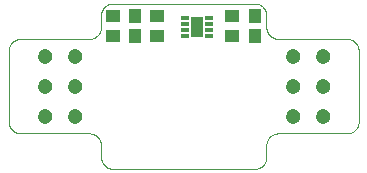
<source format=gts>
G75*
%MOIN*%
%OFA0B0*%
%FSLAX25Y25*%
%IPPOS*%
%LPD*%
%AMOC8*
5,1,8,0,0,1.08239X$1,22.5*
%
%ADD10C,0.00000*%
%ADD11C,0.04731*%
%ADD12R,0.04731X0.04337*%
%ADD13R,0.04337X0.04731*%
%ADD14R,0.03156X0.01581*%
%ADD15R,0.04337X0.06699*%
D10*
X0045791Y0032012D02*
X0045915Y0032010D01*
X0046038Y0032004D01*
X0046162Y0031995D01*
X0046284Y0031981D01*
X0046407Y0031964D01*
X0046529Y0031942D01*
X0046650Y0031917D01*
X0046770Y0031888D01*
X0046889Y0031856D01*
X0047008Y0031819D01*
X0047125Y0031779D01*
X0047240Y0031736D01*
X0047355Y0031688D01*
X0047467Y0031637D01*
X0047578Y0031583D01*
X0047688Y0031525D01*
X0047795Y0031464D01*
X0047901Y0031399D01*
X0048004Y0031331D01*
X0048105Y0031260D01*
X0048204Y0031186D01*
X0048301Y0031109D01*
X0048395Y0031028D01*
X0048486Y0030945D01*
X0048575Y0030859D01*
X0048661Y0030770D01*
X0048744Y0030679D01*
X0048825Y0030585D01*
X0048902Y0030488D01*
X0048976Y0030389D01*
X0049047Y0030288D01*
X0049115Y0030185D01*
X0049180Y0030079D01*
X0049241Y0029972D01*
X0049299Y0029862D01*
X0049353Y0029751D01*
X0049404Y0029639D01*
X0049452Y0029524D01*
X0049495Y0029409D01*
X0049535Y0029292D01*
X0049572Y0029173D01*
X0049604Y0029054D01*
X0049633Y0028934D01*
X0049658Y0028813D01*
X0049680Y0028691D01*
X0049697Y0028568D01*
X0049711Y0028446D01*
X0049720Y0028322D01*
X0049726Y0028199D01*
X0049728Y0028075D01*
X0049728Y0024138D01*
X0049730Y0024014D01*
X0049736Y0023891D01*
X0049745Y0023767D01*
X0049759Y0023645D01*
X0049776Y0023522D01*
X0049798Y0023400D01*
X0049823Y0023279D01*
X0049852Y0023159D01*
X0049884Y0023040D01*
X0049921Y0022921D01*
X0049961Y0022804D01*
X0050004Y0022689D01*
X0050052Y0022574D01*
X0050103Y0022462D01*
X0050157Y0022351D01*
X0050215Y0022241D01*
X0050276Y0022134D01*
X0050341Y0022028D01*
X0050409Y0021925D01*
X0050480Y0021824D01*
X0050554Y0021725D01*
X0050631Y0021628D01*
X0050712Y0021534D01*
X0050795Y0021443D01*
X0050881Y0021354D01*
X0050970Y0021268D01*
X0051061Y0021185D01*
X0051155Y0021104D01*
X0051252Y0021027D01*
X0051351Y0020953D01*
X0051452Y0020882D01*
X0051555Y0020814D01*
X0051661Y0020749D01*
X0051768Y0020688D01*
X0051878Y0020630D01*
X0051989Y0020576D01*
X0052101Y0020525D01*
X0052216Y0020477D01*
X0052331Y0020434D01*
X0052448Y0020394D01*
X0052567Y0020357D01*
X0052686Y0020325D01*
X0052806Y0020296D01*
X0052927Y0020271D01*
X0053049Y0020249D01*
X0053172Y0020232D01*
X0053294Y0020218D01*
X0053418Y0020209D01*
X0053541Y0020203D01*
X0053665Y0020201D01*
X0100909Y0020201D01*
X0101033Y0020203D01*
X0101156Y0020209D01*
X0101280Y0020218D01*
X0101402Y0020232D01*
X0101525Y0020249D01*
X0101647Y0020271D01*
X0101768Y0020296D01*
X0101888Y0020325D01*
X0102007Y0020357D01*
X0102126Y0020394D01*
X0102243Y0020434D01*
X0102358Y0020477D01*
X0102473Y0020525D01*
X0102585Y0020576D01*
X0102696Y0020630D01*
X0102806Y0020688D01*
X0102913Y0020749D01*
X0103019Y0020814D01*
X0103122Y0020882D01*
X0103223Y0020953D01*
X0103322Y0021027D01*
X0103419Y0021104D01*
X0103513Y0021185D01*
X0103604Y0021268D01*
X0103693Y0021354D01*
X0103779Y0021443D01*
X0103862Y0021534D01*
X0103943Y0021628D01*
X0104020Y0021725D01*
X0104094Y0021824D01*
X0104165Y0021925D01*
X0104233Y0022028D01*
X0104298Y0022134D01*
X0104359Y0022241D01*
X0104417Y0022351D01*
X0104471Y0022462D01*
X0104522Y0022574D01*
X0104570Y0022689D01*
X0104613Y0022804D01*
X0104653Y0022921D01*
X0104690Y0023040D01*
X0104722Y0023159D01*
X0104751Y0023279D01*
X0104776Y0023400D01*
X0104798Y0023522D01*
X0104815Y0023645D01*
X0104829Y0023767D01*
X0104838Y0023891D01*
X0104844Y0024014D01*
X0104846Y0024138D01*
X0104846Y0028075D01*
X0104848Y0028199D01*
X0104854Y0028322D01*
X0104863Y0028446D01*
X0104877Y0028568D01*
X0104894Y0028691D01*
X0104916Y0028813D01*
X0104941Y0028934D01*
X0104970Y0029054D01*
X0105002Y0029173D01*
X0105039Y0029292D01*
X0105079Y0029409D01*
X0105122Y0029524D01*
X0105170Y0029639D01*
X0105221Y0029751D01*
X0105275Y0029862D01*
X0105333Y0029972D01*
X0105394Y0030079D01*
X0105459Y0030185D01*
X0105527Y0030288D01*
X0105598Y0030389D01*
X0105672Y0030488D01*
X0105749Y0030585D01*
X0105830Y0030679D01*
X0105913Y0030770D01*
X0105999Y0030859D01*
X0106088Y0030945D01*
X0106179Y0031028D01*
X0106273Y0031109D01*
X0106370Y0031186D01*
X0106469Y0031260D01*
X0106570Y0031331D01*
X0106673Y0031399D01*
X0106779Y0031464D01*
X0106886Y0031525D01*
X0106996Y0031583D01*
X0107107Y0031637D01*
X0107219Y0031688D01*
X0107334Y0031736D01*
X0107449Y0031779D01*
X0107566Y0031819D01*
X0107685Y0031856D01*
X0107804Y0031888D01*
X0107924Y0031917D01*
X0108045Y0031942D01*
X0108167Y0031964D01*
X0108290Y0031981D01*
X0108412Y0031995D01*
X0108536Y0032004D01*
X0108659Y0032010D01*
X0108783Y0032012D01*
X0131674Y0032012D01*
X0131798Y0032014D01*
X0131921Y0032020D01*
X0132045Y0032029D01*
X0132167Y0032043D01*
X0132290Y0032060D01*
X0132412Y0032082D01*
X0132533Y0032107D01*
X0132653Y0032136D01*
X0132772Y0032168D01*
X0132891Y0032205D01*
X0133008Y0032245D01*
X0133123Y0032288D01*
X0133238Y0032336D01*
X0133350Y0032387D01*
X0133461Y0032441D01*
X0133571Y0032499D01*
X0133678Y0032560D01*
X0133784Y0032625D01*
X0133887Y0032693D01*
X0133988Y0032764D01*
X0134087Y0032838D01*
X0134184Y0032915D01*
X0134278Y0032996D01*
X0134369Y0033079D01*
X0134458Y0033165D01*
X0134544Y0033254D01*
X0134627Y0033345D01*
X0134708Y0033439D01*
X0134785Y0033536D01*
X0134859Y0033635D01*
X0134930Y0033736D01*
X0134998Y0033839D01*
X0135063Y0033945D01*
X0135124Y0034052D01*
X0135182Y0034162D01*
X0135236Y0034273D01*
X0135287Y0034385D01*
X0135335Y0034500D01*
X0135378Y0034615D01*
X0135418Y0034732D01*
X0135455Y0034851D01*
X0135487Y0034970D01*
X0135516Y0035090D01*
X0135541Y0035211D01*
X0135563Y0035333D01*
X0135580Y0035456D01*
X0135594Y0035578D01*
X0135603Y0035702D01*
X0135609Y0035825D01*
X0135611Y0035949D01*
X0135611Y0059571D01*
X0135609Y0059695D01*
X0135603Y0059818D01*
X0135594Y0059942D01*
X0135580Y0060064D01*
X0135563Y0060187D01*
X0135541Y0060309D01*
X0135516Y0060430D01*
X0135487Y0060550D01*
X0135455Y0060669D01*
X0135418Y0060788D01*
X0135378Y0060905D01*
X0135335Y0061020D01*
X0135287Y0061135D01*
X0135236Y0061247D01*
X0135182Y0061358D01*
X0135124Y0061468D01*
X0135063Y0061575D01*
X0134998Y0061681D01*
X0134930Y0061784D01*
X0134859Y0061885D01*
X0134785Y0061984D01*
X0134708Y0062081D01*
X0134627Y0062175D01*
X0134544Y0062266D01*
X0134458Y0062355D01*
X0134369Y0062441D01*
X0134278Y0062524D01*
X0134184Y0062605D01*
X0134087Y0062682D01*
X0133988Y0062756D01*
X0133887Y0062827D01*
X0133784Y0062895D01*
X0133678Y0062960D01*
X0133571Y0063021D01*
X0133461Y0063079D01*
X0133350Y0063133D01*
X0133238Y0063184D01*
X0133123Y0063232D01*
X0133008Y0063275D01*
X0132891Y0063315D01*
X0132772Y0063352D01*
X0132653Y0063384D01*
X0132533Y0063413D01*
X0132412Y0063438D01*
X0132290Y0063460D01*
X0132167Y0063477D01*
X0132045Y0063491D01*
X0131921Y0063500D01*
X0131798Y0063506D01*
X0131674Y0063508D01*
X0108783Y0063508D01*
X0108659Y0063510D01*
X0108536Y0063516D01*
X0108412Y0063525D01*
X0108290Y0063539D01*
X0108167Y0063556D01*
X0108045Y0063578D01*
X0107924Y0063603D01*
X0107804Y0063632D01*
X0107685Y0063664D01*
X0107566Y0063701D01*
X0107449Y0063741D01*
X0107334Y0063784D01*
X0107219Y0063832D01*
X0107107Y0063883D01*
X0106996Y0063937D01*
X0106886Y0063995D01*
X0106779Y0064056D01*
X0106673Y0064121D01*
X0106570Y0064189D01*
X0106469Y0064260D01*
X0106370Y0064334D01*
X0106273Y0064411D01*
X0106179Y0064492D01*
X0106088Y0064575D01*
X0105999Y0064661D01*
X0105913Y0064750D01*
X0105830Y0064841D01*
X0105749Y0064935D01*
X0105672Y0065032D01*
X0105598Y0065131D01*
X0105527Y0065232D01*
X0105459Y0065335D01*
X0105394Y0065441D01*
X0105333Y0065548D01*
X0105275Y0065658D01*
X0105221Y0065769D01*
X0105170Y0065881D01*
X0105122Y0065996D01*
X0105079Y0066111D01*
X0105039Y0066228D01*
X0105002Y0066347D01*
X0104970Y0066466D01*
X0104941Y0066586D01*
X0104916Y0066707D01*
X0104894Y0066829D01*
X0104877Y0066952D01*
X0104863Y0067074D01*
X0104854Y0067198D01*
X0104848Y0067321D01*
X0104846Y0067445D01*
X0104846Y0071382D01*
X0104844Y0071506D01*
X0104838Y0071629D01*
X0104829Y0071753D01*
X0104815Y0071875D01*
X0104798Y0071998D01*
X0104776Y0072120D01*
X0104751Y0072241D01*
X0104722Y0072361D01*
X0104690Y0072480D01*
X0104653Y0072599D01*
X0104613Y0072716D01*
X0104570Y0072831D01*
X0104522Y0072946D01*
X0104471Y0073058D01*
X0104417Y0073169D01*
X0104359Y0073279D01*
X0104298Y0073386D01*
X0104233Y0073492D01*
X0104165Y0073595D01*
X0104094Y0073696D01*
X0104020Y0073795D01*
X0103943Y0073892D01*
X0103862Y0073986D01*
X0103779Y0074077D01*
X0103693Y0074166D01*
X0103604Y0074252D01*
X0103513Y0074335D01*
X0103419Y0074416D01*
X0103322Y0074493D01*
X0103223Y0074567D01*
X0103122Y0074638D01*
X0103019Y0074706D01*
X0102913Y0074771D01*
X0102806Y0074832D01*
X0102696Y0074890D01*
X0102585Y0074944D01*
X0102473Y0074995D01*
X0102358Y0075043D01*
X0102243Y0075086D01*
X0102126Y0075126D01*
X0102007Y0075163D01*
X0101888Y0075195D01*
X0101768Y0075224D01*
X0101647Y0075249D01*
X0101525Y0075271D01*
X0101402Y0075288D01*
X0101280Y0075302D01*
X0101156Y0075311D01*
X0101033Y0075317D01*
X0100909Y0075319D01*
X0053665Y0075319D01*
X0053541Y0075317D01*
X0053418Y0075311D01*
X0053294Y0075302D01*
X0053172Y0075288D01*
X0053049Y0075271D01*
X0052927Y0075249D01*
X0052806Y0075224D01*
X0052686Y0075195D01*
X0052567Y0075163D01*
X0052448Y0075126D01*
X0052331Y0075086D01*
X0052216Y0075043D01*
X0052101Y0074995D01*
X0051989Y0074944D01*
X0051878Y0074890D01*
X0051768Y0074832D01*
X0051661Y0074771D01*
X0051555Y0074706D01*
X0051452Y0074638D01*
X0051351Y0074567D01*
X0051252Y0074493D01*
X0051155Y0074416D01*
X0051061Y0074335D01*
X0050970Y0074252D01*
X0050881Y0074166D01*
X0050795Y0074077D01*
X0050712Y0073986D01*
X0050631Y0073892D01*
X0050554Y0073795D01*
X0050480Y0073696D01*
X0050409Y0073595D01*
X0050341Y0073492D01*
X0050276Y0073386D01*
X0050215Y0073279D01*
X0050157Y0073169D01*
X0050103Y0073058D01*
X0050052Y0072946D01*
X0050004Y0072831D01*
X0049961Y0072716D01*
X0049921Y0072599D01*
X0049884Y0072480D01*
X0049852Y0072361D01*
X0049823Y0072241D01*
X0049798Y0072120D01*
X0049776Y0071998D01*
X0049759Y0071875D01*
X0049745Y0071753D01*
X0049736Y0071629D01*
X0049730Y0071506D01*
X0049728Y0071382D01*
X0049728Y0067445D01*
X0049726Y0067321D01*
X0049720Y0067198D01*
X0049711Y0067074D01*
X0049697Y0066952D01*
X0049680Y0066829D01*
X0049658Y0066707D01*
X0049633Y0066586D01*
X0049604Y0066466D01*
X0049572Y0066347D01*
X0049535Y0066228D01*
X0049495Y0066111D01*
X0049452Y0065996D01*
X0049404Y0065881D01*
X0049353Y0065769D01*
X0049299Y0065658D01*
X0049241Y0065548D01*
X0049180Y0065441D01*
X0049115Y0065335D01*
X0049047Y0065232D01*
X0048976Y0065131D01*
X0048902Y0065032D01*
X0048825Y0064935D01*
X0048744Y0064841D01*
X0048661Y0064750D01*
X0048575Y0064661D01*
X0048486Y0064575D01*
X0048395Y0064492D01*
X0048301Y0064411D01*
X0048204Y0064334D01*
X0048105Y0064260D01*
X0048004Y0064189D01*
X0047901Y0064121D01*
X0047795Y0064056D01*
X0047688Y0063995D01*
X0047578Y0063937D01*
X0047467Y0063883D01*
X0047355Y0063832D01*
X0047240Y0063784D01*
X0047125Y0063741D01*
X0047008Y0063701D01*
X0046889Y0063664D01*
X0046770Y0063632D01*
X0046650Y0063603D01*
X0046529Y0063578D01*
X0046407Y0063556D01*
X0046284Y0063539D01*
X0046162Y0063525D01*
X0046038Y0063516D01*
X0045915Y0063510D01*
X0045791Y0063508D01*
X0022901Y0063508D01*
X0022777Y0063506D01*
X0022654Y0063500D01*
X0022530Y0063491D01*
X0022408Y0063477D01*
X0022285Y0063460D01*
X0022163Y0063438D01*
X0022042Y0063413D01*
X0021922Y0063384D01*
X0021803Y0063352D01*
X0021684Y0063315D01*
X0021567Y0063275D01*
X0021452Y0063232D01*
X0021337Y0063184D01*
X0021225Y0063133D01*
X0021114Y0063079D01*
X0021004Y0063021D01*
X0020897Y0062960D01*
X0020791Y0062895D01*
X0020688Y0062827D01*
X0020587Y0062756D01*
X0020488Y0062682D01*
X0020391Y0062605D01*
X0020297Y0062524D01*
X0020206Y0062441D01*
X0020117Y0062355D01*
X0020031Y0062266D01*
X0019948Y0062175D01*
X0019867Y0062081D01*
X0019790Y0061984D01*
X0019716Y0061885D01*
X0019645Y0061784D01*
X0019577Y0061681D01*
X0019512Y0061575D01*
X0019451Y0061468D01*
X0019393Y0061358D01*
X0019339Y0061247D01*
X0019288Y0061135D01*
X0019240Y0061020D01*
X0019197Y0060905D01*
X0019157Y0060788D01*
X0019120Y0060669D01*
X0019088Y0060550D01*
X0019059Y0060430D01*
X0019034Y0060309D01*
X0019012Y0060187D01*
X0018995Y0060064D01*
X0018981Y0059942D01*
X0018972Y0059818D01*
X0018966Y0059695D01*
X0018964Y0059571D01*
X0018964Y0035949D01*
X0018966Y0035825D01*
X0018972Y0035702D01*
X0018981Y0035578D01*
X0018995Y0035456D01*
X0019012Y0035333D01*
X0019034Y0035211D01*
X0019059Y0035090D01*
X0019088Y0034970D01*
X0019120Y0034851D01*
X0019157Y0034732D01*
X0019197Y0034615D01*
X0019240Y0034500D01*
X0019288Y0034385D01*
X0019339Y0034273D01*
X0019393Y0034162D01*
X0019451Y0034052D01*
X0019512Y0033945D01*
X0019577Y0033839D01*
X0019645Y0033736D01*
X0019716Y0033635D01*
X0019790Y0033536D01*
X0019867Y0033439D01*
X0019948Y0033345D01*
X0020031Y0033254D01*
X0020117Y0033165D01*
X0020206Y0033079D01*
X0020297Y0032996D01*
X0020391Y0032915D01*
X0020488Y0032838D01*
X0020587Y0032764D01*
X0020688Y0032693D01*
X0020791Y0032625D01*
X0020897Y0032560D01*
X0021004Y0032499D01*
X0021114Y0032441D01*
X0021225Y0032387D01*
X0021337Y0032336D01*
X0021452Y0032288D01*
X0021567Y0032245D01*
X0021684Y0032205D01*
X0021803Y0032168D01*
X0021922Y0032136D01*
X0022042Y0032107D01*
X0022163Y0032082D01*
X0022285Y0032060D01*
X0022408Y0032043D01*
X0022530Y0032029D01*
X0022654Y0032020D01*
X0022777Y0032014D01*
X0022901Y0032012D01*
X0045791Y0032012D01*
X0038784Y0037760D02*
X0038786Y0037853D01*
X0038792Y0037945D01*
X0038802Y0038037D01*
X0038816Y0038128D01*
X0038833Y0038219D01*
X0038855Y0038309D01*
X0038880Y0038398D01*
X0038909Y0038486D01*
X0038942Y0038572D01*
X0038979Y0038657D01*
X0039019Y0038741D01*
X0039063Y0038822D01*
X0039110Y0038902D01*
X0039160Y0038980D01*
X0039214Y0039055D01*
X0039271Y0039128D01*
X0039331Y0039198D01*
X0039394Y0039266D01*
X0039460Y0039331D01*
X0039528Y0039393D01*
X0039599Y0039453D01*
X0039673Y0039509D01*
X0039749Y0039562D01*
X0039827Y0039611D01*
X0039907Y0039658D01*
X0039989Y0039700D01*
X0040073Y0039740D01*
X0040158Y0039775D01*
X0040245Y0039807D01*
X0040333Y0039836D01*
X0040422Y0039860D01*
X0040512Y0039881D01*
X0040603Y0039897D01*
X0040695Y0039910D01*
X0040787Y0039919D01*
X0040880Y0039924D01*
X0040972Y0039925D01*
X0041065Y0039922D01*
X0041157Y0039915D01*
X0041249Y0039904D01*
X0041340Y0039889D01*
X0041431Y0039871D01*
X0041521Y0039848D01*
X0041609Y0039822D01*
X0041697Y0039792D01*
X0041783Y0039758D01*
X0041867Y0039721D01*
X0041950Y0039679D01*
X0042031Y0039635D01*
X0042111Y0039587D01*
X0042188Y0039536D01*
X0042262Y0039481D01*
X0042335Y0039423D01*
X0042405Y0039363D01*
X0042472Y0039299D01*
X0042536Y0039233D01*
X0042598Y0039163D01*
X0042656Y0039092D01*
X0042711Y0039018D01*
X0042763Y0038941D01*
X0042812Y0038862D01*
X0042858Y0038782D01*
X0042900Y0038699D01*
X0042938Y0038615D01*
X0042973Y0038529D01*
X0043004Y0038442D01*
X0043031Y0038354D01*
X0043054Y0038264D01*
X0043074Y0038174D01*
X0043090Y0038083D01*
X0043102Y0037991D01*
X0043110Y0037899D01*
X0043114Y0037806D01*
X0043114Y0037714D01*
X0043110Y0037621D01*
X0043102Y0037529D01*
X0043090Y0037437D01*
X0043074Y0037346D01*
X0043054Y0037256D01*
X0043031Y0037166D01*
X0043004Y0037078D01*
X0042973Y0036991D01*
X0042938Y0036905D01*
X0042900Y0036821D01*
X0042858Y0036738D01*
X0042812Y0036658D01*
X0042763Y0036579D01*
X0042711Y0036502D01*
X0042656Y0036428D01*
X0042598Y0036357D01*
X0042536Y0036287D01*
X0042472Y0036221D01*
X0042405Y0036157D01*
X0042335Y0036097D01*
X0042262Y0036039D01*
X0042188Y0035984D01*
X0042111Y0035933D01*
X0042032Y0035885D01*
X0041950Y0035841D01*
X0041867Y0035799D01*
X0041783Y0035762D01*
X0041697Y0035728D01*
X0041609Y0035698D01*
X0041521Y0035672D01*
X0041431Y0035649D01*
X0041340Y0035631D01*
X0041249Y0035616D01*
X0041157Y0035605D01*
X0041065Y0035598D01*
X0040972Y0035595D01*
X0040880Y0035596D01*
X0040787Y0035601D01*
X0040695Y0035610D01*
X0040603Y0035623D01*
X0040512Y0035639D01*
X0040422Y0035660D01*
X0040333Y0035684D01*
X0040245Y0035713D01*
X0040158Y0035745D01*
X0040073Y0035780D01*
X0039989Y0035820D01*
X0039907Y0035862D01*
X0039827Y0035909D01*
X0039749Y0035958D01*
X0039673Y0036011D01*
X0039599Y0036067D01*
X0039528Y0036127D01*
X0039460Y0036189D01*
X0039394Y0036254D01*
X0039331Y0036322D01*
X0039271Y0036392D01*
X0039214Y0036465D01*
X0039160Y0036540D01*
X0039110Y0036618D01*
X0039063Y0036698D01*
X0039019Y0036779D01*
X0038979Y0036863D01*
X0038942Y0036948D01*
X0038909Y0037034D01*
X0038880Y0037122D01*
X0038855Y0037211D01*
X0038833Y0037301D01*
X0038816Y0037392D01*
X0038802Y0037483D01*
X0038792Y0037575D01*
X0038786Y0037667D01*
X0038784Y0037760D01*
X0028784Y0037760D02*
X0028786Y0037853D01*
X0028792Y0037945D01*
X0028802Y0038037D01*
X0028816Y0038128D01*
X0028833Y0038219D01*
X0028855Y0038309D01*
X0028880Y0038398D01*
X0028909Y0038486D01*
X0028942Y0038572D01*
X0028979Y0038657D01*
X0029019Y0038741D01*
X0029063Y0038822D01*
X0029110Y0038902D01*
X0029160Y0038980D01*
X0029214Y0039055D01*
X0029271Y0039128D01*
X0029331Y0039198D01*
X0029394Y0039266D01*
X0029460Y0039331D01*
X0029528Y0039393D01*
X0029599Y0039453D01*
X0029673Y0039509D01*
X0029749Y0039562D01*
X0029827Y0039611D01*
X0029907Y0039658D01*
X0029989Y0039700D01*
X0030073Y0039740D01*
X0030158Y0039775D01*
X0030245Y0039807D01*
X0030333Y0039836D01*
X0030422Y0039860D01*
X0030512Y0039881D01*
X0030603Y0039897D01*
X0030695Y0039910D01*
X0030787Y0039919D01*
X0030880Y0039924D01*
X0030972Y0039925D01*
X0031065Y0039922D01*
X0031157Y0039915D01*
X0031249Y0039904D01*
X0031340Y0039889D01*
X0031431Y0039871D01*
X0031521Y0039848D01*
X0031609Y0039822D01*
X0031697Y0039792D01*
X0031783Y0039758D01*
X0031867Y0039721D01*
X0031950Y0039679D01*
X0032031Y0039635D01*
X0032111Y0039587D01*
X0032188Y0039536D01*
X0032262Y0039481D01*
X0032335Y0039423D01*
X0032405Y0039363D01*
X0032472Y0039299D01*
X0032536Y0039233D01*
X0032598Y0039163D01*
X0032656Y0039092D01*
X0032711Y0039018D01*
X0032763Y0038941D01*
X0032812Y0038862D01*
X0032858Y0038782D01*
X0032900Y0038699D01*
X0032938Y0038615D01*
X0032973Y0038529D01*
X0033004Y0038442D01*
X0033031Y0038354D01*
X0033054Y0038264D01*
X0033074Y0038174D01*
X0033090Y0038083D01*
X0033102Y0037991D01*
X0033110Y0037899D01*
X0033114Y0037806D01*
X0033114Y0037714D01*
X0033110Y0037621D01*
X0033102Y0037529D01*
X0033090Y0037437D01*
X0033074Y0037346D01*
X0033054Y0037256D01*
X0033031Y0037166D01*
X0033004Y0037078D01*
X0032973Y0036991D01*
X0032938Y0036905D01*
X0032900Y0036821D01*
X0032858Y0036738D01*
X0032812Y0036658D01*
X0032763Y0036579D01*
X0032711Y0036502D01*
X0032656Y0036428D01*
X0032598Y0036357D01*
X0032536Y0036287D01*
X0032472Y0036221D01*
X0032405Y0036157D01*
X0032335Y0036097D01*
X0032262Y0036039D01*
X0032188Y0035984D01*
X0032111Y0035933D01*
X0032032Y0035885D01*
X0031950Y0035841D01*
X0031867Y0035799D01*
X0031783Y0035762D01*
X0031697Y0035728D01*
X0031609Y0035698D01*
X0031521Y0035672D01*
X0031431Y0035649D01*
X0031340Y0035631D01*
X0031249Y0035616D01*
X0031157Y0035605D01*
X0031065Y0035598D01*
X0030972Y0035595D01*
X0030880Y0035596D01*
X0030787Y0035601D01*
X0030695Y0035610D01*
X0030603Y0035623D01*
X0030512Y0035639D01*
X0030422Y0035660D01*
X0030333Y0035684D01*
X0030245Y0035713D01*
X0030158Y0035745D01*
X0030073Y0035780D01*
X0029989Y0035820D01*
X0029907Y0035862D01*
X0029827Y0035909D01*
X0029749Y0035958D01*
X0029673Y0036011D01*
X0029599Y0036067D01*
X0029528Y0036127D01*
X0029460Y0036189D01*
X0029394Y0036254D01*
X0029331Y0036322D01*
X0029271Y0036392D01*
X0029214Y0036465D01*
X0029160Y0036540D01*
X0029110Y0036618D01*
X0029063Y0036698D01*
X0029019Y0036779D01*
X0028979Y0036863D01*
X0028942Y0036948D01*
X0028909Y0037034D01*
X0028880Y0037122D01*
X0028855Y0037211D01*
X0028833Y0037301D01*
X0028816Y0037392D01*
X0028802Y0037483D01*
X0028792Y0037575D01*
X0028786Y0037667D01*
X0028784Y0037760D01*
X0028784Y0047760D02*
X0028786Y0047853D01*
X0028792Y0047945D01*
X0028802Y0048037D01*
X0028816Y0048128D01*
X0028833Y0048219D01*
X0028855Y0048309D01*
X0028880Y0048398D01*
X0028909Y0048486D01*
X0028942Y0048572D01*
X0028979Y0048657D01*
X0029019Y0048741D01*
X0029063Y0048822D01*
X0029110Y0048902D01*
X0029160Y0048980D01*
X0029214Y0049055D01*
X0029271Y0049128D01*
X0029331Y0049198D01*
X0029394Y0049266D01*
X0029460Y0049331D01*
X0029528Y0049393D01*
X0029599Y0049453D01*
X0029673Y0049509D01*
X0029749Y0049562D01*
X0029827Y0049611D01*
X0029907Y0049658D01*
X0029989Y0049700D01*
X0030073Y0049740D01*
X0030158Y0049775D01*
X0030245Y0049807D01*
X0030333Y0049836D01*
X0030422Y0049860D01*
X0030512Y0049881D01*
X0030603Y0049897D01*
X0030695Y0049910D01*
X0030787Y0049919D01*
X0030880Y0049924D01*
X0030972Y0049925D01*
X0031065Y0049922D01*
X0031157Y0049915D01*
X0031249Y0049904D01*
X0031340Y0049889D01*
X0031431Y0049871D01*
X0031521Y0049848D01*
X0031609Y0049822D01*
X0031697Y0049792D01*
X0031783Y0049758D01*
X0031867Y0049721D01*
X0031950Y0049679D01*
X0032031Y0049635D01*
X0032111Y0049587D01*
X0032188Y0049536D01*
X0032262Y0049481D01*
X0032335Y0049423D01*
X0032405Y0049363D01*
X0032472Y0049299D01*
X0032536Y0049233D01*
X0032598Y0049163D01*
X0032656Y0049092D01*
X0032711Y0049018D01*
X0032763Y0048941D01*
X0032812Y0048862D01*
X0032858Y0048782D01*
X0032900Y0048699D01*
X0032938Y0048615D01*
X0032973Y0048529D01*
X0033004Y0048442D01*
X0033031Y0048354D01*
X0033054Y0048264D01*
X0033074Y0048174D01*
X0033090Y0048083D01*
X0033102Y0047991D01*
X0033110Y0047899D01*
X0033114Y0047806D01*
X0033114Y0047714D01*
X0033110Y0047621D01*
X0033102Y0047529D01*
X0033090Y0047437D01*
X0033074Y0047346D01*
X0033054Y0047256D01*
X0033031Y0047166D01*
X0033004Y0047078D01*
X0032973Y0046991D01*
X0032938Y0046905D01*
X0032900Y0046821D01*
X0032858Y0046738D01*
X0032812Y0046658D01*
X0032763Y0046579D01*
X0032711Y0046502D01*
X0032656Y0046428D01*
X0032598Y0046357D01*
X0032536Y0046287D01*
X0032472Y0046221D01*
X0032405Y0046157D01*
X0032335Y0046097D01*
X0032262Y0046039D01*
X0032188Y0045984D01*
X0032111Y0045933D01*
X0032032Y0045885D01*
X0031950Y0045841D01*
X0031867Y0045799D01*
X0031783Y0045762D01*
X0031697Y0045728D01*
X0031609Y0045698D01*
X0031521Y0045672D01*
X0031431Y0045649D01*
X0031340Y0045631D01*
X0031249Y0045616D01*
X0031157Y0045605D01*
X0031065Y0045598D01*
X0030972Y0045595D01*
X0030880Y0045596D01*
X0030787Y0045601D01*
X0030695Y0045610D01*
X0030603Y0045623D01*
X0030512Y0045639D01*
X0030422Y0045660D01*
X0030333Y0045684D01*
X0030245Y0045713D01*
X0030158Y0045745D01*
X0030073Y0045780D01*
X0029989Y0045820D01*
X0029907Y0045862D01*
X0029827Y0045909D01*
X0029749Y0045958D01*
X0029673Y0046011D01*
X0029599Y0046067D01*
X0029528Y0046127D01*
X0029460Y0046189D01*
X0029394Y0046254D01*
X0029331Y0046322D01*
X0029271Y0046392D01*
X0029214Y0046465D01*
X0029160Y0046540D01*
X0029110Y0046618D01*
X0029063Y0046698D01*
X0029019Y0046779D01*
X0028979Y0046863D01*
X0028942Y0046948D01*
X0028909Y0047034D01*
X0028880Y0047122D01*
X0028855Y0047211D01*
X0028833Y0047301D01*
X0028816Y0047392D01*
X0028802Y0047483D01*
X0028792Y0047575D01*
X0028786Y0047667D01*
X0028784Y0047760D01*
X0038784Y0047760D02*
X0038786Y0047853D01*
X0038792Y0047945D01*
X0038802Y0048037D01*
X0038816Y0048128D01*
X0038833Y0048219D01*
X0038855Y0048309D01*
X0038880Y0048398D01*
X0038909Y0048486D01*
X0038942Y0048572D01*
X0038979Y0048657D01*
X0039019Y0048741D01*
X0039063Y0048822D01*
X0039110Y0048902D01*
X0039160Y0048980D01*
X0039214Y0049055D01*
X0039271Y0049128D01*
X0039331Y0049198D01*
X0039394Y0049266D01*
X0039460Y0049331D01*
X0039528Y0049393D01*
X0039599Y0049453D01*
X0039673Y0049509D01*
X0039749Y0049562D01*
X0039827Y0049611D01*
X0039907Y0049658D01*
X0039989Y0049700D01*
X0040073Y0049740D01*
X0040158Y0049775D01*
X0040245Y0049807D01*
X0040333Y0049836D01*
X0040422Y0049860D01*
X0040512Y0049881D01*
X0040603Y0049897D01*
X0040695Y0049910D01*
X0040787Y0049919D01*
X0040880Y0049924D01*
X0040972Y0049925D01*
X0041065Y0049922D01*
X0041157Y0049915D01*
X0041249Y0049904D01*
X0041340Y0049889D01*
X0041431Y0049871D01*
X0041521Y0049848D01*
X0041609Y0049822D01*
X0041697Y0049792D01*
X0041783Y0049758D01*
X0041867Y0049721D01*
X0041950Y0049679D01*
X0042031Y0049635D01*
X0042111Y0049587D01*
X0042188Y0049536D01*
X0042262Y0049481D01*
X0042335Y0049423D01*
X0042405Y0049363D01*
X0042472Y0049299D01*
X0042536Y0049233D01*
X0042598Y0049163D01*
X0042656Y0049092D01*
X0042711Y0049018D01*
X0042763Y0048941D01*
X0042812Y0048862D01*
X0042858Y0048782D01*
X0042900Y0048699D01*
X0042938Y0048615D01*
X0042973Y0048529D01*
X0043004Y0048442D01*
X0043031Y0048354D01*
X0043054Y0048264D01*
X0043074Y0048174D01*
X0043090Y0048083D01*
X0043102Y0047991D01*
X0043110Y0047899D01*
X0043114Y0047806D01*
X0043114Y0047714D01*
X0043110Y0047621D01*
X0043102Y0047529D01*
X0043090Y0047437D01*
X0043074Y0047346D01*
X0043054Y0047256D01*
X0043031Y0047166D01*
X0043004Y0047078D01*
X0042973Y0046991D01*
X0042938Y0046905D01*
X0042900Y0046821D01*
X0042858Y0046738D01*
X0042812Y0046658D01*
X0042763Y0046579D01*
X0042711Y0046502D01*
X0042656Y0046428D01*
X0042598Y0046357D01*
X0042536Y0046287D01*
X0042472Y0046221D01*
X0042405Y0046157D01*
X0042335Y0046097D01*
X0042262Y0046039D01*
X0042188Y0045984D01*
X0042111Y0045933D01*
X0042032Y0045885D01*
X0041950Y0045841D01*
X0041867Y0045799D01*
X0041783Y0045762D01*
X0041697Y0045728D01*
X0041609Y0045698D01*
X0041521Y0045672D01*
X0041431Y0045649D01*
X0041340Y0045631D01*
X0041249Y0045616D01*
X0041157Y0045605D01*
X0041065Y0045598D01*
X0040972Y0045595D01*
X0040880Y0045596D01*
X0040787Y0045601D01*
X0040695Y0045610D01*
X0040603Y0045623D01*
X0040512Y0045639D01*
X0040422Y0045660D01*
X0040333Y0045684D01*
X0040245Y0045713D01*
X0040158Y0045745D01*
X0040073Y0045780D01*
X0039989Y0045820D01*
X0039907Y0045862D01*
X0039827Y0045909D01*
X0039749Y0045958D01*
X0039673Y0046011D01*
X0039599Y0046067D01*
X0039528Y0046127D01*
X0039460Y0046189D01*
X0039394Y0046254D01*
X0039331Y0046322D01*
X0039271Y0046392D01*
X0039214Y0046465D01*
X0039160Y0046540D01*
X0039110Y0046618D01*
X0039063Y0046698D01*
X0039019Y0046779D01*
X0038979Y0046863D01*
X0038942Y0046948D01*
X0038909Y0047034D01*
X0038880Y0047122D01*
X0038855Y0047211D01*
X0038833Y0047301D01*
X0038816Y0047392D01*
X0038802Y0047483D01*
X0038792Y0047575D01*
X0038786Y0047667D01*
X0038784Y0047760D01*
X0038784Y0057760D02*
X0038786Y0057853D01*
X0038792Y0057945D01*
X0038802Y0058037D01*
X0038816Y0058128D01*
X0038833Y0058219D01*
X0038855Y0058309D01*
X0038880Y0058398D01*
X0038909Y0058486D01*
X0038942Y0058572D01*
X0038979Y0058657D01*
X0039019Y0058741D01*
X0039063Y0058822D01*
X0039110Y0058902D01*
X0039160Y0058980D01*
X0039214Y0059055D01*
X0039271Y0059128D01*
X0039331Y0059198D01*
X0039394Y0059266D01*
X0039460Y0059331D01*
X0039528Y0059393D01*
X0039599Y0059453D01*
X0039673Y0059509D01*
X0039749Y0059562D01*
X0039827Y0059611D01*
X0039907Y0059658D01*
X0039989Y0059700D01*
X0040073Y0059740D01*
X0040158Y0059775D01*
X0040245Y0059807D01*
X0040333Y0059836D01*
X0040422Y0059860D01*
X0040512Y0059881D01*
X0040603Y0059897D01*
X0040695Y0059910D01*
X0040787Y0059919D01*
X0040880Y0059924D01*
X0040972Y0059925D01*
X0041065Y0059922D01*
X0041157Y0059915D01*
X0041249Y0059904D01*
X0041340Y0059889D01*
X0041431Y0059871D01*
X0041521Y0059848D01*
X0041609Y0059822D01*
X0041697Y0059792D01*
X0041783Y0059758D01*
X0041867Y0059721D01*
X0041950Y0059679D01*
X0042031Y0059635D01*
X0042111Y0059587D01*
X0042188Y0059536D01*
X0042262Y0059481D01*
X0042335Y0059423D01*
X0042405Y0059363D01*
X0042472Y0059299D01*
X0042536Y0059233D01*
X0042598Y0059163D01*
X0042656Y0059092D01*
X0042711Y0059018D01*
X0042763Y0058941D01*
X0042812Y0058862D01*
X0042858Y0058782D01*
X0042900Y0058699D01*
X0042938Y0058615D01*
X0042973Y0058529D01*
X0043004Y0058442D01*
X0043031Y0058354D01*
X0043054Y0058264D01*
X0043074Y0058174D01*
X0043090Y0058083D01*
X0043102Y0057991D01*
X0043110Y0057899D01*
X0043114Y0057806D01*
X0043114Y0057714D01*
X0043110Y0057621D01*
X0043102Y0057529D01*
X0043090Y0057437D01*
X0043074Y0057346D01*
X0043054Y0057256D01*
X0043031Y0057166D01*
X0043004Y0057078D01*
X0042973Y0056991D01*
X0042938Y0056905D01*
X0042900Y0056821D01*
X0042858Y0056738D01*
X0042812Y0056658D01*
X0042763Y0056579D01*
X0042711Y0056502D01*
X0042656Y0056428D01*
X0042598Y0056357D01*
X0042536Y0056287D01*
X0042472Y0056221D01*
X0042405Y0056157D01*
X0042335Y0056097D01*
X0042262Y0056039D01*
X0042188Y0055984D01*
X0042111Y0055933D01*
X0042032Y0055885D01*
X0041950Y0055841D01*
X0041867Y0055799D01*
X0041783Y0055762D01*
X0041697Y0055728D01*
X0041609Y0055698D01*
X0041521Y0055672D01*
X0041431Y0055649D01*
X0041340Y0055631D01*
X0041249Y0055616D01*
X0041157Y0055605D01*
X0041065Y0055598D01*
X0040972Y0055595D01*
X0040880Y0055596D01*
X0040787Y0055601D01*
X0040695Y0055610D01*
X0040603Y0055623D01*
X0040512Y0055639D01*
X0040422Y0055660D01*
X0040333Y0055684D01*
X0040245Y0055713D01*
X0040158Y0055745D01*
X0040073Y0055780D01*
X0039989Y0055820D01*
X0039907Y0055862D01*
X0039827Y0055909D01*
X0039749Y0055958D01*
X0039673Y0056011D01*
X0039599Y0056067D01*
X0039528Y0056127D01*
X0039460Y0056189D01*
X0039394Y0056254D01*
X0039331Y0056322D01*
X0039271Y0056392D01*
X0039214Y0056465D01*
X0039160Y0056540D01*
X0039110Y0056618D01*
X0039063Y0056698D01*
X0039019Y0056779D01*
X0038979Y0056863D01*
X0038942Y0056948D01*
X0038909Y0057034D01*
X0038880Y0057122D01*
X0038855Y0057211D01*
X0038833Y0057301D01*
X0038816Y0057392D01*
X0038802Y0057483D01*
X0038792Y0057575D01*
X0038786Y0057667D01*
X0038784Y0057760D01*
X0028784Y0057760D02*
X0028786Y0057853D01*
X0028792Y0057945D01*
X0028802Y0058037D01*
X0028816Y0058128D01*
X0028833Y0058219D01*
X0028855Y0058309D01*
X0028880Y0058398D01*
X0028909Y0058486D01*
X0028942Y0058572D01*
X0028979Y0058657D01*
X0029019Y0058741D01*
X0029063Y0058822D01*
X0029110Y0058902D01*
X0029160Y0058980D01*
X0029214Y0059055D01*
X0029271Y0059128D01*
X0029331Y0059198D01*
X0029394Y0059266D01*
X0029460Y0059331D01*
X0029528Y0059393D01*
X0029599Y0059453D01*
X0029673Y0059509D01*
X0029749Y0059562D01*
X0029827Y0059611D01*
X0029907Y0059658D01*
X0029989Y0059700D01*
X0030073Y0059740D01*
X0030158Y0059775D01*
X0030245Y0059807D01*
X0030333Y0059836D01*
X0030422Y0059860D01*
X0030512Y0059881D01*
X0030603Y0059897D01*
X0030695Y0059910D01*
X0030787Y0059919D01*
X0030880Y0059924D01*
X0030972Y0059925D01*
X0031065Y0059922D01*
X0031157Y0059915D01*
X0031249Y0059904D01*
X0031340Y0059889D01*
X0031431Y0059871D01*
X0031521Y0059848D01*
X0031609Y0059822D01*
X0031697Y0059792D01*
X0031783Y0059758D01*
X0031867Y0059721D01*
X0031950Y0059679D01*
X0032031Y0059635D01*
X0032111Y0059587D01*
X0032188Y0059536D01*
X0032262Y0059481D01*
X0032335Y0059423D01*
X0032405Y0059363D01*
X0032472Y0059299D01*
X0032536Y0059233D01*
X0032598Y0059163D01*
X0032656Y0059092D01*
X0032711Y0059018D01*
X0032763Y0058941D01*
X0032812Y0058862D01*
X0032858Y0058782D01*
X0032900Y0058699D01*
X0032938Y0058615D01*
X0032973Y0058529D01*
X0033004Y0058442D01*
X0033031Y0058354D01*
X0033054Y0058264D01*
X0033074Y0058174D01*
X0033090Y0058083D01*
X0033102Y0057991D01*
X0033110Y0057899D01*
X0033114Y0057806D01*
X0033114Y0057714D01*
X0033110Y0057621D01*
X0033102Y0057529D01*
X0033090Y0057437D01*
X0033074Y0057346D01*
X0033054Y0057256D01*
X0033031Y0057166D01*
X0033004Y0057078D01*
X0032973Y0056991D01*
X0032938Y0056905D01*
X0032900Y0056821D01*
X0032858Y0056738D01*
X0032812Y0056658D01*
X0032763Y0056579D01*
X0032711Y0056502D01*
X0032656Y0056428D01*
X0032598Y0056357D01*
X0032536Y0056287D01*
X0032472Y0056221D01*
X0032405Y0056157D01*
X0032335Y0056097D01*
X0032262Y0056039D01*
X0032188Y0055984D01*
X0032111Y0055933D01*
X0032032Y0055885D01*
X0031950Y0055841D01*
X0031867Y0055799D01*
X0031783Y0055762D01*
X0031697Y0055728D01*
X0031609Y0055698D01*
X0031521Y0055672D01*
X0031431Y0055649D01*
X0031340Y0055631D01*
X0031249Y0055616D01*
X0031157Y0055605D01*
X0031065Y0055598D01*
X0030972Y0055595D01*
X0030880Y0055596D01*
X0030787Y0055601D01*
X0030695Y0055610D01*
X0030603Y0055623D01*
X0030512Y0055639D01*
X0030422Y0055660D01*
X0030333Y0055684D01*
X0030245Y0055713D01*
X0030158Y0055745D01*
X0030073Y0055780D01*
X0029989Y0055820D01*
X0029907Y0055862D01*
X0029827Y0055909D01*
X0029749Y0055958D01*
X0029673Y0056011D01*
X0029599Y0056067D01*
X0029528Y0056127D01*
X0029460Y0056189D01*
X0029394Y0056254D01*
X0029331Y0056322D01*
X0029271Y0056392D01*
X0029214Y0056465D01*
X0029160Y0056540D01*
X0029110Y0056618D01*
X0029063Y0056698D01*
X0029019Y0056779D01*
X0028979Y0056863D01*
X0028942Y0056948D01*
X0028909Y0057034D01*
X0028880Y0057122D01*
X0028855Y0057211D01*
X0028833Y0057301D01*
X0028816Y0057392D01*
X0028802Y0057483D01*
X0028792Y0057575D01*
X0028786Y0057667D01*
X0028784Y0057760D01*
X0111461Y0057760D02*
X0111463Y0057853D01*
X0111469Y0057945D01*
X0111479Y0058037D01*
X0111493Y0058128D01*
X0111510Y0058219D01*
X0111532Y0058309D01*
X0111557Y0058398D01*
X0111586Y0058486D01*
X0111619Y0058572D01*
X0111656Y0058657D01*
X0111696Y0058741D01*
X0111740Y0058822D01*
X0111787Y0058902D01*
X0111837Y0058980D01*
X0111891Y0059055D01*
X0111948Y0059128D01*
X0112008Y0059198D01*
X0112071Y0059266D01*
X0112137Y0059331D01*
X0112205Y0059393D01*
X0112276Y0059453D01*
X0112350Y0059509D01*
X0112426Y0059562D01*
X0112504Y0059611D01*
X0112584Y0059658D01*
X0112666Y0059700D01*
X0112750Y0059740D01*
X0112835Y0059775D01*
X0112922Y0059807D01*
X0113010Y0059836D01*
X0113099Y0059860D01*
X0113189Y0059881D01*
X0113280Y0059897D01*
X0113372Y0059910D01*
X0113464Y0059919D01*
X0113557Y0059924D01*
X0113649Y0059925D01*
X0113742Y0059922D01*
X0113834Y0059915D01*
X0113926Y0059904D01*
X0114017Y0059889D01*
X0114108Y0059871D01*
X0114198Y0059848D01*
X0114286Y0059822D01*
X0114374Y0059792D01*
X0114460Y0059758D01*
X0114544Y0059721D01*
X0114627Y0059679D01*
X0114708Y0059635D01*
X0114788Y0059587D01*
X0114865Y0059536D01*
X0114939Y0059481D01*
X0115012Y0059423D01*
X0115082Y0059363D01*
X0115149Y0059299D01*
X0115213Y0059233D01*
X0115275Y0059163D01*
X0115333Y0059092D01*
X0115388Y0059018D01*
X0115440Y0058941D01*
X0115489Y0058862D01*
X0115535Y0058782D01*
X0115577Y0058699D01*
X0115615Y0058615D01*
X0115650Y0058529D01*
X0115681Y0058442D01*
X0115708Y0058354D01*
X0115731Y0058264D01*
X0115751Y0058174D01*
X0115767Y0058083D01*
X0115779Y0057991D01*
X0115787Y0057899D01*
X0115791Y0057806D01*
X0115791Y0057714D01*
X0115787Y0057621D01*
X0115779Y0057529D01*
X0115767Y0057437D01*
X0115751Y0057346D01*
X0115731Y0057256D01*
X0115708Y0057166D01*
X0115681Y0057078D01*
X0115650Y0056991D01*
X0115615Y0056905D01*
X0115577Y0056821D01*
X0115535Y0056738D01*
X0115489Y0056658D01*
X0115440Y0056579D01*
X0115388Y0056502D01*
X0115333Y0056428D01*
X0115275Y0056357D01*
X0115213Y0056287D01*
X0115149Y0056221D01*
X0115082Y0056157D01*
X0115012Y0056097D01*
X0114939Y0056039D01*
X0114865Y0055984D01*
X0114788Y0055933D01*
X0114709Y0055885D01*
X0114627Y0055841D01*
X0114544Y0055799D01*
X0114460Y0055762D01*
X0114374Y0055728D01*
X0114286Y0055698D01*
X0114198Y0055672D01*
X0114108Y0055649D01*
X0114017Y0055631D01*
X0113926Y0055616D01*
X0113834Y0055605D01*
X0113742Y0055598D01*
X0113649Y0055595D01*
X0113557Y0055596D01*
X0113464Y0055601D01*
X0113372Y0055610D01*
X0113280Y0055623D01*
X0113189Y0055639D01*
X0113099Y0055660D01*
X0113010Y0055684D01*
X0112922Y0055713D01*
X0112835Y0055745D01*
X0112750Y0055780D01*
X0112666Y0055820D01*
X0112584Y0055862D01*
X0112504Y0055909D01*
X0112426Y0055958D01*
X0112350Y0056011D01*
X0112276Y0056067D01*
X0112205Y0056127D01*
X0112137Y0056189D01*
X0112071Y0056254D01*
X0112008Y0056322D01*
X0111948Y0056392D01*
X0111891Y0056465D01*
X0111837Y0056540D01*
X0111787Y0056618D01*
X0111740Y0056698D01*
X0111696Y0056779D01*
X0111656Y0056863D01*
X0111619Y0056948D01*
X0111586Y0057034D01*
X0111557Y0057122D01*
X0111532Y0057211D01*
X0111510Y0057301D01*
X0111493Y0057392D01*
X0111479Y0057483D01*
X0111469Y0057575D01*
X0111463Y0057667D01*
X0111461Y0057760D01*
X0121461Y0057760D02*
X0121463Y0057853D01*
X0121469Y0057945D01*
X0121479Y0058037D01*
X0121493Y0058128D01*
X0121510Y0058219D01*
X0121532Y0058309D01*
X0121557Y0058398D01*
X0121586Y0058486D01*
X0121619Y0058572D01*
X0121656Y0058657D01*
X0121696Y0058741D01*
X0121740Y0058822D01*
X0121787Y0058902D01*
X0121837Y0058980D01*
X0121891Y0059055D01*
X0121948Y0059128D01*
X0122008Y0059198D01*
X0122071Y0059266D01*
X0122137Y0059331D01*
X0122205Y0059393D01*
X0122276Y0059453D01*
X0122350Y0059509D01*
X0122426Y0059562D01*
X0122504Y0059611D01*
X0122584Y0059658D01*
X0122666Y0059700D01*
X0122750Y0059740D01*
X0122835Y0059775D01*
X0122922Y0059807D01*
X0123010Y0059836D01*
X0123099Y0059860D01*
X0123189Y0059881D01*
X0123280Y0059897D01*
X0123372Y0059910D01*
X0123464Y0059919D01*
X0123557Y0059924D01*
X0123649Y0059925D01*
X0123742Y0059922D01*
X0123834Y0059915D01*
X0123926Y0059904D01*
X0124017Y0059889D01*
X0124108Y0059871D01*
X0124198Y0059848D01*
X0124286Y0059822D01*
X0124374Y0059792D01*
X0124460Y0059758D01*
X0124544Y0059721D01*
X0124627Y0059679D01*
X0124708Y0059635D01*
X0124788Y0059587D01*
X0124865Y0059536D01*
X0124939Y0059481D01*
X0125012Y0059423D01*
X0125082Y0059363D01*
X0125149Y0059299D01*
X0125213Y0059233D01*
X0125275Y0059163D01*
X0125333Y0059092D01*
X0125388Y0059018D01*
X0125440Y0058941D01*
X0125489Y0058862D01*
X0125535Y0058782D01*
X0125577Y0058699D01*
X0125615Y0058615D01*
X0125650Y0058529D01*
X0125681Y0058442D01*
X0125708Y0058354D01*
X0125731Y0058264D01*
X0125751Y0058174D01*
X0125767Y0058083D01*
X0125779Y0057991D01*
X0125787Y0057899D01*
X0125791Y0057806D01*
X0125791Y0057714D01*
X0125787Y0057621D01*
X0125779Y0057529D01*
X0125767Y0057437D01*
X0125751Y0057346D01*
X0125731Y0057256D01*
X0125708Y0057166D01*
X0125681Y0057078D01*
X0125650Y0056991D01*
X0125615Y0056905D01*
X0125577Y0056821D01*
X0125535Y0056738D01*
X0125489Y0056658D01*
X0125440Y0056579D01*
X0125388Y0056502D01*
X0125333Y0056428D01*
X0125275Y0056357D01*
X0125213Y0056287D01*
X0125149Y0056221D01*
X0125082Y0056157D01*
X0125012Y0056097D01*
X0124939Y0056039D01*
X0124865Y0055984D01*
X0124788Y0055933D01*
X0124709Y0055885D01*
X0124627Y0055841D01*
X0124544Y0055799D01*
X0124460Y0055762D01*
X0124374Y0055728D01*
X0124286Y0055698D01*
X0124198Y0055672D01*
X0124108Y0055649D01*
X0124017Y0055631D01*
X0123926Y0055616D01*
X0123834Y0055605D01*
X0123742Y0055598D01*
X0123649Y0055595D01*
X0123557Y0055596D01*
X0123464Y0055601D01*
X0123372Y0055610D01*
X0123280Y0055623D01*
X0123189Y0055639D01*
X0123099Y0055660D01*
X0123010Y0055684D01*
X0122922Y0055713D01*
X0122835Y0055745D01*
X0122750Y0055780D01*
X0122666Y0055820D01*
X0122584Y0055862D01*
X0122504Y0055909D01*
X0122426Y0055958D01*
X0122350Y0056011D01*
X0122276Y0056067D01*
X0122205Y0056127D01*
X0122137Y0056189D01*
X0122071Y0056254D01*
X0122008Y0056322D01*
X0121948Y0056392D01*
X0121891Y0056465D01*
X0121837Y0056540D01*
X0121787Y0056618D01*
X0121740Y0056698D01*
X0121696Y0056779D01*
X0121656Y0056863D01*
X0121619Y0056948D01*
X0121586Y0057034D01*
X0121557Y0057122D01*
X0121532Y0057211D01*
X0121510Y0057301D01*
X0121493Y0057392D01*
X0121479Y0057483D01*
X0121469Y0057575D01*
X0121463Y0057667D01*
X0121461Y0057760D01*
X0121461Y0047760D02*
X0121463Y0047853D01*
X0121469Y0047945D01*
X0121479Y0048037D01*
X0121493Y0048128D01*
X0121510Y0048219D01*
X0121532Y0048309D01*
X0121557Y0048398D01*
X0121586Y0048486D01*
X0121619Y0048572D01*
X0121656Y0048657D01*
X0121696Y0048741D01*
X0121740Y0048822D01*
X0121787Y0048902D01*
X0121837Y0048980D01*
X0121891Y0049055D01*
X0121948Y0049128D01*
X0122008Y0049198D01*
X0122071Y0049266D01*
X0122137Y0049331D01*
X0122205Y0049393D01*
X0122276Y0049453D01*
X0122350Y0049509D01*
X0122426Y0049562D01*
X0122504Y0049611D01*
X0122584Y0049658D01*
X0122666Y0049700D01*
X0122750Y0049740D01*
X0122835Y0049775D01*
X0122922Y0049807D01*
X0123010Y0049836D01*
X0123099Y0049860D01*
X0123189Y0049881D01*
X0123280Y0049897D01*
X0123372Y0049910D01*
X0123464Y0049919D01*
X0123557Y0049924D01*
X0123649Y0049925D01*
X0123742Y0049922D01*
X0123834Y0049915D01*
X0123926Y0049904D01*
X0124017Y0049889D01*
X0124108Y0049871D01*
X0124198Y0049848D01*
X0124286Y0049822D01*
X0124374Y0049792D01*
X0124460Y0049758D01*
X0124544Y0049721D01*
X0124627Y0049679D01*
X0124708Y0049635D01*
X0124788Y0049587D01*
X0124865Y0049536D01*
X0124939Y0049481D01*
X0125012Y0049423D01*
X0125082Y0049363D01*
X0125149Y0049299D01*
X0125213Y0049233D01*
X0125275Y0049163D01*
X0125333Y0049092D01*
X0125388Y0049018D01*
X0125440Y0048941D01*
X0125489Y0048862D01*
X0125535Y0048782D01*
X0125577Y0048699D01*
X0125615Y0048615D01*
X0125650Y0048529D01*
X0125681Y0048442D01*
X0125708Y0048354D01*
X0125731Y0048264D01*
X0125751Y0048174D01*
X0125767Y0048083D01*
X0125779Y0047991D01*
X0125787Y0047899D01*
X0125791Y0047806D01*
X0125791Y0047714D01*
X0125787Y0047621D01*
X0125779Y0047529D01*
X0125767Y0047437D01*
X0125751Y0047346D01*
X0125731Y0047256D01*
X0125708Y0047166D01*
X0125681Y0047078D01*
X0125650Y0046991D01*
X0125615Y0046905D01*
X0125577Y0046821D01*
X0125535Y0046738D01*
X0125489Y0046658D01*
X0125440Y0046579D01*
X0125388Y0046502D01*
X0125333Y0046428D01*
X0125275Y0046357D01*
X0125213Y0046287D01*
X0125149Y0046221D01*
X0125082Y0046157D01*
X0125012Y0046097D01*
X0124939Y0046039D01*
X0124865Y0045984D01*
X0124788Y0045933D01*
X0124709Y0045885D01*
X0124627Y0045841D01*
X0124544Y0045799D01*
X0124460Y0045762D01*
X0124374Y0045728D01*
X0124286Y0045698D01*
X0124198Y0045672D01*
X0124108Y0045649D01*
X0124017Y0045631D01*
X0123926Y0045616D01*
X0123834Y0045605D01*
X0123742Y0045598D01*
X0123649Y0045595D01*
X0123557Y0045596D01*
X0123464Y0045601D01*
X0123372Y0045610D01*
X0123280Y0045623D01*
X0123189Y0045639D01*
X0123099Y0045660D01*
X0123010Y0045684D01*
X0122922Y0045713D01*
X0122835Y0045745D01*
X0122750Y0045780D01*
X0122666Y0045820D01*
X0122584Y0045862D01*
X0122504Y0045909D01*
X0122426Y0045958D01*
X0122350Y0046011D01*
X0122276Y0046067D01*
X0122205Y0046127D01*
X0122137Y0046189D01*
X0122071Y0046254D01*
X0122008Y0046322D01*
X0121948Y0046392D01*
X0121891Y0046465D01*
X0121837Y0046540D01*
X0121787Y0046618D01*
X0121740Y0046698D01*
X0121696Y0046779D01*
X0121656Y0046863D01*
X0121619Y0046948D01*
X0121586Y0047034D01*
X0121557Y0047122D01*
X0121532Y0047211D01*
X0121510Y0047301D01*
X0121493Y0047392D01*
X0121479Y0047483D01*
X0121469Y0047575D01*
X0121463Y0047667D01*
X0121461Y0047760D01*
X0111461Y0047760D02*
X0111463Y0047853D01*
X0111469Y0047945D01*
X0111479Y0048037D01*
X0111493Y0048128D01*
X0111510Y0048219D01*
X0111532Y0048309D01*
X0111557Y0048398D01*
X0111586Y0048486D01*
X0111619Y0048572D01*
X0111656Y0048657D01*
X0111696Y0048741D01*
X0111740Y0048822D01*
X0111787Y0048902D01*
X0111837Y0048980D01*
X0111891Y0049055D01*
X0111948Y0049128D01*
X0112008Y0049198D01*
X0112071Y0049266D01*
X0112137Y0049331D01*
X0112205Y0049393D01*
X0112276Y0049453D01*
X0112350Y0049509D01*
X0112426Y0049562D01*
X0112504Y0049611D01*
X0112584Y0049658D01*
X0112666Y0049700D01*
X0112750Y0049740D01*
X0112835Y0049775D01*
X0112922Y0049807D01*
X0113010Y0049836D01*
X0113099Y0049860D01*
X0113189Y0049881D01*
X0113280Y0049897D01*
X0113372Y0049910D01*
X0113464Y0049919D01*
X0113557Y0049924D01*
X0113649Y0049925D01*
X0113742Y0049922D01*
X0113834Y0049915D01*
X0113926Y0049904D01*
X0114017Y0049889D01*
X0114108Y0049871D01*
X0114198Y0049848D01*
X0114286Y0049822D01*
X0114374Y0049792D01*
X0114460Y0049758D01*
X0114544Y0049721D01*
X0114627Y0049679D01*
X0114708Y0049635D01*
X0114788Y0049587D01*
X0114865Y0049536D01*
X0114939Y0049481D01*
X0115012Y0049423D01*
X0115082Y0049363D01*
X0115149Y0049299D01*
X0115213Y0049233D01*
X0115275Y0049163D01*
X0115333Y0049092D01*
X0115388Y0049018D01*
X0115440Y0048941D01*
X0115489Y0048862D01*
X0115535Y0048782D01*
X0115577Y0048699D01*
X0115615Y0048615D01*
X0115650Y0048529D01*
X0115681Y0048442D01*
X0115708Y0048354D01*
X0115731Y0048264D01*
X0115751Y0048174D01*
X0115767Y0048083D01*
X0115779Y0047991D01*
X0115787Y0047899D01*
X0115791Y0047806D01*
X0115791Y0047714D01*
X0115787Y0047621D01*
X0115779Y0047529D01*
X0115767Y0047437D01*
X0115751Y0047346D01*
X0115731Y0047256D01*
X0115708Y0047166D01*
X0115681Y0047078D01*
X0115650Y0046991D01*
X0115615Y0046905D01*
X0115577Y0046821D01*
X0115535Y0046738D01*
X0115489Y0046658D01*
X0115440Y0046579D01*
X0115388Y0046502D01*
X0115333Y0046428D01*
X0115275Y0046357D01*
X0115213Y0046287D01*
X0115149Y0046221D01*
X0115082Y0046157D01*
X0115012Y0046097D01*
X0114939Y0046039D01*
X0114865Y0045984D01*
X0114788Y0045933D01*
X0114709Y0045885D01*
X0114627Y0045841D01*
X0114544Y0045799D01*
X0114460Y0045762D01*
X0114374Y0045728D01*
X0114286Y0045698D01*
X0114198Y0045672D01*
X0114108Y0045649D01*
X0114017Y0045631D01*
X0113926Y0045616D01*
X0113834Y0045605D01*
X0113742Y0045598D01*
X0113649Y0045595D01*
X0113557Y0045596D01*
X0113464Y0045601D01*
X0113372Y0045610D01*
X0113280Y0045623D01*
X0113189Y0045639D01*
X0113099Y0045660D01*
X0113010Y0045684D01*
X0112922Y0045713D01*
X0112835Y0045745D01*
X0112750Y0045780D01*
X0112666Y0045820D01*
X0112584Y0045862D01*
X0112504Y0045909D01*
X0112426Y0045958D01*
X0112350Y0046011D01*
X0112276Y0046067D01*
X0112205Y0046127D01*
X0112137Y0046189D01*
X0112071Y0046254D01*
X0112008Y0046322D01*
X0111948Y0046392D01*
X0111891Y0046465D01*
X0111837Y0046540D01*
X0111787Y0046618D01*
X0111740Y0046698D01*
X0111696Y0046779D01*
X0111656Y0046863D01*
X0111619Y0046948D01*
X0111586Y0047034D01*
X0111557Y0047122D01*
X0111532Y0047211D01*
X0111510Y0047301D01*
X0111493Y0047392D01*
X0111479Y0047483D01*
X0111469Y0047575D01*
X0111463Y0047667D01*
X0111461Y0047760D01*
X0111461Y0037760D02*
X0111463Y0037853D01*
X0111469Y0037945D01*
X0111479Y0038037D01*
X0111493Y0038128D01*
X0111510Y0038219D01*
X0111532Y0038309D01*
X0111557Y0038398D01*
X0111586Y0038486D01*
X0111619Y0038572D01*
X0111656Y0038657D01*
X0111696Y0038741D01*
X0111740Y0038822D01*
X0111787Y0038902D01*
X0111837Y0038980D01*
X0111891Y0039055D01*
X0111948Y0039128D01*
X0112008Y0039198D01*
X0112071Y0039266D01*
X0112137Y0039331D01*
X0112205Y0039393D01*
X0112276Y0039453D01*
X0112350Y0039509D01*
X0112426Y0039562D01*
X0112504Y0039611D01*
X0112584Y0039658D01*
X0112666Y0039700D01*
X0112750Y0039740D01*
X0112835Y0039775D01*
X0112922Y0039807D01*
X0113010Y0039836D01*
X0113099Y0039860D01*
X0113189Y0039881D01*
X0113280Y0039897D01*
X0113372Y0039910D01*
X0113464Y0039919D01*
X0113557Y0039924D01*
X0113649Y0039925D01*
X0113742Y0039922D01*
X0113834Y0039915D01*
X0113926Y0039904D01*
X0114017Y0039889D01*
X0114108Y0039871D01*
X0114198Y0039848D01*
X0114286Y0039822D01*
X0114374Y0039792D01*
X0114460Y0039758D01*
X0114544Y0039721D01*
X0114627Y0039679D01*
X0114708Y0039635D01*
X0114788Y0039587D01*
X0114865Y0039536D01*
X0114939Y0039481D01*
X0115012Y0039423D01*
X0115082Y0039363D01*
X0115149Y0039299D01*
X0115213Y0039233D01*
X0115275Y0039163D01*
X0115333Y0039092D01*
X0115388Y0039018D01*
X0115440Y0038941D01*
X0115489Y0038862D01*
X0115535Y0038782D01*
X0115577Y0038699D01*
X0115615Y0038615D01*
X0115650Y0038529D01*
X0115681Y0038442D01*
X0115708Y0038354D01*
X0115731Y0038264D01*
X0115751Y0038174D01*
X0115767Y0038083D01*
X0115779Y0037991D01*
X0115787Y0037899D01*
X0115791Y0037806D01*
X0115791Y0037714D01*
X0115787Y0037621D01*
X0115779Y0037529D01*
X0115767Y0037437D01*
X0115751Y0037346D01*
X0115731Y0037256D01*
X0115708Y0037166D01*
X0115681Y0037078D01*
X0115650Y0036991D01*
X0115615Y0036905D01*
X0115577Y0036821D01*
X0115535Y0036738D01*
X0115489Y0036658D01*
X0115440Y0036579D01*
X0115388Y0036502D01*
X0115333Y0036428D01*
X0115275Y0036357D01*
X0115213Y0036287D01*
X0115149Y0036221D01*
X0115082Y0036157D01*
X0115012Y0036097D01*
X0114939Y0036039D01*
X0114865Y0035984D01*
X0114788Y0035933D01*
X0114709Y0035885D01*
X0114627Y0035841D01*
X0114544Y0035799D01*
X0114460Y0035762D01*
X0114374Y0035728D01*
X0114286Y0035698D01*
X0114198Y0035672D01*
X0114108Y0035649D01*
X0114017Y0035631D01*
X0113926Y0035616D01*
X0113834Y0035605D01*
X0113742Y0035598D01*
X0113649Y0035595D01*
X0113557Y0035596D01*
X0113464Y0035601D01*
X0113372Y0035610D01*
X0113280Y0035623D01*
X0113189Y0035639D01*
X0113099Y0035660D01*
X0113010Y0035684D01*
X0112922Y0035713D01*
X0112835Y0035745D01*
X0112750Y0035780D01*
X0112666Y0035820D01*
X0112584Y0035862D01*
X0112504Y0035909D01*
X0112426Y0035958D01*
X0112350Y0036011D01*
X0112276Y0036067D01*
X0112205Y0036127D01*
X0112137Y0036189D01*
X0112071Y0036254D01*
X0112008Y0036322D01*
X0111948Y0036392D01*
X0111891Y0036465D01*
X0111837Y0036540D01*
X0111787Y0036618D01*
X0111740Y0036698D01*
X0111696Y0036779D01*
X0111656Y0036863D01*
X0111619Y0036948D01*
X0111586Y0037034D01*
X0111557Y0037122D01*
X0111532Y0037211D01*
X0111510Y0037301D01*
X0111493Y0037392D01*
X0111479Y0037483D01*
X0111469Y0037575D01*
X0111463Y0037667D01*
X0111461Y0037760D01*
X0121461Y0037760D02*
X0121463Y0037853D01*
X0121469Y0037945D01*
X0121479Y0038037D01*
X0121493Y0038128D01*
X0121510Y0038219D01*
X0121532Y0038309D01*
X0121557Y0038398D01*
X0121586Y0038486D01*
X0121619Y0038572D01*
X0121656Y0038657D01*
X0121696Y0038741D01*
X0121740Y0038822D01*
X0121787Y0038902D01*
X0121837Y0038980D01*
X0121891Y0039055D01*
X0121948Y0039128D01*
X0122008Y0039198D01*
X0122071Y0039266D01*
X0122137Y0039331D01*
X0122205Y0039393D01*
X0122276Y0039453D01*
X0122350Y0039509D01*
X0122426Y0039562D01*
X0122504Y0039611D01*
X0122584Y0039658D01*
X0122666Y0039700D01*
X0122750Y0039740D01*
X0122835Y0039775D01*
X0122922Y0039807D01*
X0123010Y0039836D01*
X0123099Y0039860D01*
X0123189Y0039881D01*
X0123280Y0039897D01*
X0123372Y0039910D01*
X0123464Y0039919D01*
X0123557Y0039924D01*
X0123649Y0039925D01*
X0123742Y0039922D01*
X0123834Y0039915D01*
X0123926Y0039904D01*
X0124017Y0039889D01*
X0124108Y0039871D01*
X0124198Y0039848D01*
X0124286Y0039822D01*
X0124374Y0039792D01*
X0124460Y0039758D01*
X0124544Y0039721D01*
X0124627Y0039679D01*
X0124708Y0039635D01*
X0124788Y0039587D01*
X0124865Y0039536D01*
X0124939Y0039481D01*
X0125012Y0039423D01*
X0125082Y0039363D01*
X0125149Y0039299D01*
X0125213Y0039233D01*
X0125275Y0039163D01*
X0125333Y0039092D01*
X0125388Y0039018D01*
X0125440Y0038941D01*
X0125489Y0038862D01*
X0125535Y0038782D01*
X0125577Y0038699D01*
X0125615Y0038615D01*
X0125650Y0038529D01*
X0125681Y0038442D01*
X0125708Y0038354D01*
X0125731Y0038264D01*
X0125751Y0038174D01*
X0125767Y0038083D01*
X0125779Y0037991D01*
X0125787Y0037899D01*
X0125791Y0037806D01*
X0125791Y0037714D01*
X0125787Y0037621D01*
X0125779Y0037529D01*
X0125767Y0037437D01*
X0125751Y0037346D01*
X0125731Y0037256D01*
X0125708Y0037166D01*
X0125681Y0037078D01*
X0125650Y0036991D01*
X0125615Y0036905D01*
X0125577Y0036821D01*
X0125535Y0036738D01*
X0125489Y0036658D01*
X0125440Y0036579D01*
X0125388Y0036502D01*
X0125333Y0036428D01*
X0125275Y0036357D01*
X0125213Y0036287D01*
X0125149Y0036221D01*
X0125082Y0036157D01*
X0125012Y0036097D01*
X0124939Y0036039D01*
X0124865Y0035984D01*
X0124788Y0035933D01*
X0124709Y0035885D01*
X0124627Y0035841D01*
X0124544Y0035799D01*
X0124460Y0035762D01*
X0124374Y0035728D01*
X0124286Y0035698D01*
X0124198Y0035672D01*
X0124108Y0035649D01*
X0124017Y0035631D01*
X0123926Y0035616D01*
X0123834Y0035605D01*
X0123742Y0035598D01*
X0123649Y0035595D01*
X0123557Y0035596D01*
X0123464Y0035601D01*
X0123372Y0035610D01*
X0123280Y0035623D01*
X0123189Y0035639D01*
X0123099Y0035660D01*
X0123010Y0035684D01*
X0122922Y0035713D01*
X0122835Y0035745D01*
X0122750Y0035780D01*
X0122666Y0035820D01*
X0122584Y0035862D01*
X0122504Y0035909D01*
X0122426Y0035958D01*
X0122350Y0036011D01*
X0122276Y0036067D01*
X0122205Y0036127D01*
X0122137Y0036189D01*
X0122071Y0036254D01*
X0122008Y0036322D01*
X0121948Y0036392D01*
X0121891Y0036465D01*
X0121837Y0036540D01*
X0121787Y0036618D01*
X0121740Y0036698D01*
X0121696Y0036779D01*
X0121656Y0036863D01*
X0121619Y0036948D01*
X0121586Y0037034D01*
X0121557Y0037122D01*
X0121532Y0037211D01*
X0121510Y0037301D01*
X0121493Y0037392D01*
X0121479Y0037483D01*
X0121469Y0037575D01*
X0121463Y0037667D01*
X0121461Y0037760D01*
D11*
X0123626Y0037760D03*
X0113626Y0037760D03*
X0113626Y0047760D03*
X0123626Y0047760D03*
X0123626Y0057760D03*
X0113626Y0057760D03*
X0040949Y0057760D03*
X0030949Y0057760D03*
X0030949Y0047760D03*
X0040949Y0047760D03*
X0040949Y0037760D03*
X0030949Y0037760D03*
D12*
X0053665Y0064591D03*
X0053665Y0071283D03*
X0068429Y0071283D03*
X0068429Y0064591D03*
X0093528Y0064591D03*
X0093528Y0071283D03*
D13*
X0100909Y0071283D03*
X0100909Y0064591D03*
X0061047Y0064591D03*
X0061047Y0071283D03*
D14*
X0077583Y0070398D03*
X0077583Y0068429D03*
X0077583Y0066461D03*
X0077583Y0064492D03*
X0085850Y0064492D03*
X0085850Y0066461D03*
X0085850Y0068429D03*
X0085850Y0070398D03*
D15*
X0081717Y0067445D03*
M02*

</source>
